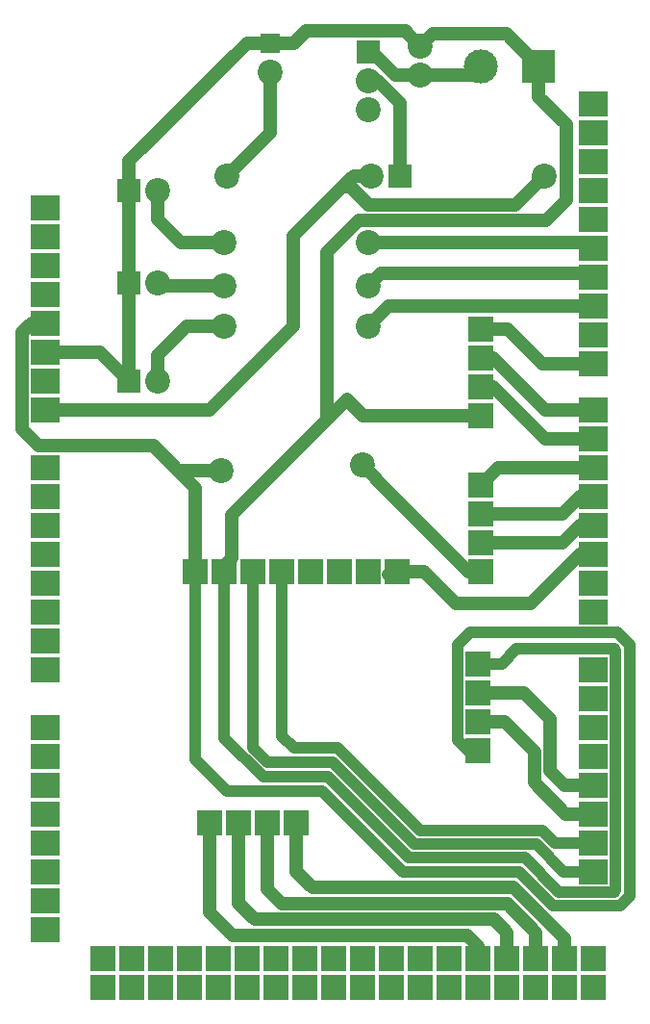
<source format=gbr>
G04 #@! TF.GenerationSoftware,KiCad,Pcbnew,(5.1.2)-2*
G04 #@! TF.CreationDate,2020-09-08T11:20:29+07:00*
G04 #@! TF.ProjectId,Balancing_Robot,42616c61-6e63-4696-9e67-5f526f626f74,rev?*
G04 #@! TF.SameCoordinates,Original*
G04 #@! TF.FileFunction,Copper,L2,Bot*
G04 #@! TF.FilePolarity,Positive*
%FSLAX46Y46*%
G04 Gerber Fmt 4.6, Leading zero omitted, Abs format (unit mm)*
G04 Created by KiCad (PCBNEW (5.1.2)-2) date 2020-09-08 11:20:29*
%MOMM*%
%LPD*%
G04 APERTURE LIST*
%ADD10R,2.200000X2.200000*%
%ADD11R,2.500000X2.200000*%
%ADD12C,2.200000*%
%ADD13R,2.000000X2.000000*%
%ADD14R,1.800000X1.800000*%
%ADD15R,3.000000X3.000000*%
%ADD16C,3.000000*%
%ADD17C,1.200000*%
%ADD18C,1.000000*%
G04 APERTURE END LIST*
D10*
X69850000Y-158496000D03*
X69850000Y-155956000D03*
X72390000Y-158496000D03*
X72390000Y-155956000D03*
X74930000Y-158496000D03*
X74930000Y-155956000D03*
X77470000Y-158496000D03*
X77470000Y-155956000D03*
X80010000Y-158496000D03*
X80010000Y-155956000D03*
X82550000Y-158496000D03*
X82550000Y-155956000D03*
X85090000Y-158496000D03*
X85090000Y-155956000D03*
X87630000Y-158496000D03*
X87630000Y-155956000D03*
X90170000Y-158496000D03*
X90170000Y-155956000D03*
X92710000Y-158496000D03*
X92710000Y-155956000D03*
X95250000Y-158496000D03*
X95250000Y-155956000D03*
X97790000Y-158496000D03*
X97790000Y-155956000D03*
X100330000Y-158496000D03*
X100330000Y-155956000D03*
X102870000Y-158496000D03*
X102870000Y-155956000D03*
X105410000Y-158496000D03*
X105410000Y-155956000D03*
X107950000Y-158496000D03*
X107950000Y-155956000D03*
X110490000Y-158496000D03*
X110490000Y-155956000D03*
X113030000Y-158496000D03*
X113030000Y-155956000D03*
D11*
X64770000Y-153416000D03*
X64770000Y-150876000D03*
X64770000Y-148336000D03*
X64770000Y-145796000D03*
X64770000Y-143256000D03*
X64770000Y-140716000D03*
X64770000Y-138176000D03*
X64770000Y-135636000D03*
X64770000Y-130556000D03*
X64770000Y-128016000D03*
X64770000Y-125476000D03*
X64770000Y-122936000D03*
X64770000Y-120396000D03*
X64770000Y-117856000D03*
X64770000Y-115316000D03*
X64770000Y-89916000D03*
X113030000Y-96012000D03*
X113030000Y-93472000D03*
X113030000Y-90932000D03*
X113030000Y-85852000D03*
X113030000Y-83312000D03*
X113030000Y-80772000D03*
X113030000Y-98552000D03*
X113030000Y-101092000D03*
X113030000Y-103632000D03*
X113030000Y-88392000D03*
X113030000Y-107696000D03*
X113030000Y-110236000D03*
X113030000Y-112776000D03*
X113030000Y-115316000D03*
X113030000Y-117856000D03*
X113030000Y-120396000D03*
X113030000Y-122936000D03*
X113030000Y-125476000D03*
X113030000Y-130556000D03*
X113030000Y-133096000D03*
X113030000Y-135636000D03*
X113030000Y-138176000D03*
X113030000Y-140716000D03*
X113030000Y-143256000D03*
X113030000Y-145796000D03*
X113030000Y-148336000D03*
X64770000Y-92456000D03*
X64770000Y-94996000D03*
X64770000Y-97536000D03*
X64770000Y-100076000D03*
X64770000Y-102616000D03*
X64770000Y-105156000D03*
X64770000Y-107696000D03*
X64770000Y-112776000D03*
D12*
X97790000Y-75732000D03*
X97790000Y-78232000D03*
D13*
X72136000Y-88392000D03*
D12*
X74676000Y-88392000D03*
X74676000Y-96520000D03*
D13*
X72136000Y-96520000D03*
X72136000Y-105156000D03*
D12*
X74676000Y-105156000D03*
D13*
X96012000Y-87122000D03*
D12*
X108712000Y-87122000D03*
X84582000Y-77978000D03*
D14*
X84582000Y-75438000D03*
D10*
X103124000Y-114300000D03*
X103124000Y-116840000D03*
X103124000Y-119380000D03*
X103124000Y-121920000D03*
D13*
X93218000Y-76200000D03*
D12*
X93218000Y-78740000D03*
X93218000Y-81280000D03*
D15*
X108204000Y-77470000D03*
D16*
X103124000Y-77470000D03*
D10*
X103124000Y-108204000D03*
X103124000Y-105664000D03*
X103124000Y-103124000D03*
X103124000Y-100584000D03*
X79248000Y-144018000D03*
X81788000Y-144018000D03*
X84328000Y-144018000D03*
X86868000Y-144018000D03*
X77978000Y-121920000D03*
X80518000Y-121920000D03*
X83058000Y-121920000D03*
X85598000Y-121920000D03*
X88138000Y-121920000D03*
X90678000Y-121920000D03*
X93218000Y-121920000D03*
X95758000Y-121920000D03*
X102870000Y-137668000D03*
X102870000Y-135128000D03*
X102870000Y-132588000D03*
X102870000Y-130048000D03*
D12*
X93218000Y-92964000D03*
X80518000Y-92964000D03*
X80518000Y-96774000D03*
X93218000Y-96774000D03*
X93218000Y-100330000D03*
X80518000Y-100330000D03*
X93472000Y-87122000D03*
X80772000Y-87122000D03*
X92710000Y-112522000D03*
X80264000Y-113030000D03*
D17*
X72136000Y-86192000D02*
X72136000Y-88392000D01*
X72136000Y-85784000D02*
X72136000Y-86192000D01*
X82482000Y-75438000D02*
X72136000Y-85784000D01*
X84582000Y-75438000D02*
X82482000Y-75438000D01*
X72136000Y-88392000D02*
X72136000Y-96520000D01*
X72136000Y-96520000D02*
X72136000Y-105156000D01*
X69596000Y-102616000D02*
X72136000Y-105156000D01*
X64770000Y-102616000D02*
X69596000Y-102616000D01*
X92710000Y-108204000D02*
X103124000Y-108204000D01*
D18*
X106945462Y-147135990D02*
X96763060Y-147135990D01*
X109945473Y-150136001D02*
X106945462Y-147135990D01*
X114840001Y-150136001D02*
X109945473Y-150136001D01*
X104970000Y-130048000D02*
X106262001Y-128755999D01*
X102870000Y-130048000D02*
X104970000Y-130048000D01*
X106262001Y-128755999D02*
X114840001Y-128755999D01*
X114840001Y-128755999D02*
X114980001Y-128895999D01*
X96763060Y-147135990D02*
X89651060Y-140023990D01*
X114980001Y-128895999D02*
X114980001Y-149996001D01*
X114980001Y-149996001D02*
X114840001Y-150136001D01*
X80518000Y-124020000D02*
X80518000Y-121920000D01*
X80518000Y-136571070D02*
X80518000Y-124020000D01*
X83970920Y-140023990D02*
X80518000Y-136571070D01*
X89651060Y-140023990D02*
X83970920Y-140023990D01*
D17*
X81157999Y-120772001D02*
X81157999Y-116962001D01*
X80518000Y-121412000D02*
X81157999Y-120772001D01*
X80518000Y-121920000D02*
X80518000Y-121412000D01*
X91313000Y-106807000D02*
X92710000Y-108204000D01*
X98889999Y-74632001D02*
X97790000Y-75732000D01*
X105366001Y-74632001D02*
X98889999Y-74632001D01*
X108204000Y-77470000D02*
X105366001Y-74632001D01*
X96690001Y-74632001D02*
X97790000Y-75732000D01*
X96457999Y-74399999D02*
X96690001Y-74632001D01*
X87720001Y-74399999D02*
X96457999Y-74399999D01*
X86682000Y-75438000D02*
X87720001Y-74399999D01*
X84582000Y-75438000D02*
X86682000Y-75438000D01*
X110612001Y-82578001D02*
X110612001Y-89285999D01*
X108204000Y-77470000D02*
X108204000Y-80170000D01*
X108204000Y-80170000D02*
X110612001Y-82578001D01*
X89535000Y-93834998D02*
X89535000Y-108585000D01*
X92305999Y-91063999D02*
X89535000Y-93834998D01*
X108834001Y-91063999D02*
X92305999Y-91063999D01*
X110612001Y-89285999D02*
X108834001Y-91063999D01*
X81157999Y-116962001D02*
X89535000Y-108585000D01*
X89535000Y-108585000D02*
X91313000Y-106807000D01*
X96234366Y-78232000D02*
X97790000Y-78232000D01*
X95522002Y-78232000D02*
X96234366Y-78232000D01*
X93490002Y-76200000D02*
X95522002Y-78232000D01*
X93218000Y-76200000D02*
X93490002Y-76200000D01*
X102362000Y-78232000D02*
X97790000Y-78232000D01*
X103124000Y-77470000D02*
X102362000Y-78232000D01*
X76708000Y-92964000D02*
X80518000Y-92964000D01*
X74676000Y-88392000D02*
X74676000Y-90932000D01*
X74676000Y-90932000D02*
X76708000Y-92964000D01*
X74930000Y-96774000D02*
X74676000Y-96520000D01*
X80518000Y-96774000D02*
X74930000Y-96774000D01*
X77216000Y-100330000D02*
X80518000Y-100330000D01*
X74676000Y-105156000D02*
X74676000Y-102870000D01*
X74676000Y-102870000D02*
X77216000Y-100330000D01*
X96012000Y-84922000D02*
X96012000Y-87122000D01*
X96012000Y-80701910D02*
X96012000Y-84922000D01*
X94050090Y-78740000D02*
X96012000Y-80701910D01*
X93218000Y-78740000D02*
X94050090Y-78740000D01*
X93472000Y-87122000D02*
X91916366Y-87122000D01*
X86614000Y-92424366D02*
X86614000Y-100330000D01*
X79248000Y-107696000D02*
X64770000Y-107696000D01*
X86614000Y-100330000D02*
X79248000Y-107696000D01*
X108712000Y-87122000D02*
X106172000Y-89662000D01*
X106172000Y-89662000D02*
X93218000Y-89662000D01*
X91678183Y-88122183D02*
X90916183Y-88122183D01*
X93218000Y-89662000D02*
X91678183Y-88122183D01*
X91916366Y-87122000D02*
X90916183Y-88122183D01*
X90916183Y-88122183D02*
X86614000Y-92424366D01*
X84582000Y-83312000D02*
X80772000Y-87122000D01*
X84582000Y-77978000D02*
X84582000Y-83312000D01*
X104648000Y-112776000D02*
X113030000Y-112776000D01*
X103124000Y-114300000D02*
X104648000Y-112776000D01*
X111779998Y-115316000D02*
X113030000Y-115316000D01*
X110255998Y-116840000D02*
X111779998Y-115316000D01*
X103124000Y-116840000D02*
X110255998Y-116840000D01*
X111779998Y-117856000D02*
X113030000Y-117856000D01*
X110255998Y-119380000D02*
X111779998Y-117856000D01*
X103124000Y-119380000D02*
X110255998Y-119380000D01*
D18*
X77978000Y-138430000D02*
X77978000Y-121920000D01*
X80772000Y-141224000D02*
X77978000Y-138430000D01*
X89154000Y-141224000D02*
X80772000Y-141224000D01*
X96265999Y-148335999D02*
X89154000Y-141224000D01*
X116180021Y-128372022D02*
X116180010Y-150493062D01*
X101949998Y-137668000D02*
X101069999Y-136788001D01*
X106448402Y-148336000D02*
X96265999Y-148335999D01*
X102870000Y-137668000D02*
X101949998Y-137668000D01*
X101069999Y-136788001D02*
X101069999Y-128387999D01*
X102181997Y-127276001D02*
X115084001Y-127276001D01*
X101069999Y-128387999D02*
X102181997Y-127276001D01*
X115084001Y-127276001D02*
X116180021Y-128372022D01*
X109448413Y-151336011D02*
X106448402Y-148336000D01*
X115337061Y-151336011D02*
X109448413Y-151336011D01*
X116180010Y-150493062D02*
X115337061Y-151336011D01*
D17*
X64159997Y-110875999D02*
X74299999Y-110875999D01*
X62719999Y-109436001D02*
X64159997Y-110875999D01*
X62719999Y-100875999D02*
X62719999Y-109436001D01*
X64770000Y-100076000D02*
X63519998Y-100076000D01*
X63519998Y-100076000D02*
X62719999Y-100875999D01*
X77978000Y-114554000D02*
X77978000Y-121920000D01*
X102023998Y-121920000D02*
X93895998Y-113792000D01*
X103124000Y-121920000D02*
X102023998Y-121920000D01*
X76454000Y-113030000D02*
X80264000Y-113030000D01*
X76454000Y-113030000D02*
X77978000Y-114554000D01*
X74299999Y-110875999D02*
X76454000Y-113030000D01*
X93895998Y-113792000D02*
X93895998Y-113707998D01*
X93895998Y-113707998D02*
X92710000Y-112522000D01*
X92710000Y-112522000D02*
X92710000Y-112522000D01*
X80264000Y-113030000D02*
X80264000Y-113030000D01*
X95250000Y-121920000D02*
X94996000Y-122174000D01*
X110580000Y-110236000D02*
X113030000Y-110236000D01*
X108796002Y-110236000D02*
X110580000Y-110236000D01*
X104224002Y-105664000D02*
X108796002Y-110236000D01*
X103124000Y-105664000D02*
X104224002Y-105664000D01*
X110580000Y-107696000D02*
X113030000Y-107696000D01*
X108796002Y-107696000D02*
X110580000Y-107696000D01*
X104224002Y-103124000D02*
X108796002Y-107696000D01*
X103124000Y-103124000D02*
X104224002Y-103124000D01*
X110580000Y-103632000D02*
X113030000Y-103632000D01*
X108472000Y-103632000D02*
X110580000Y-103632000D01*
X105424000Y-100584000D02*
X108472000Y-103632000D01*
X103124000Y-100584000D02*
X105424000Y-100584000D01*
X102870000Y-154855998D02*
X101938002Y-153924000D01*
X102870000Y-155956000D02*
X102870000Y-154855998D01*
X101938002Y-153924000D02*
X81280000Y-153924000D01*
X79248000Y-151892000D02*
X79248000Y-144018000D01*
X81280000Y-153924000D02*
X79248000Y-151892000D01*
X81788000Y-151130000D02*
X81788000Y-144018000D01*
X83181990Y-152523990D02*
X81788000Y-151130000D01*
X104277990Y-152523990D02*
X83181990Y-152523990D01*
X105410000Y-155956000D02*
X105410000Y-153656000D01*
X105410000Y-153656000D02*
X104277990Y-152523990D01*
X84328000Y-149860000D02*
X84328000Y-144018000D01*
X85591980Y-151123980D02*
X84328000Y-149860000D01*
X105417980Y-151123980D02*
X85591980Y-151123980D01*
X107950000Y-155956000D02*
X107950000Y-153656000D01*
X107950000Y-153656000D02*
X105417980Y-151123980D01*
X110490000Y-154216089D02*
X105997883Y-149723970D01*
X110490000Y-155956000D02*
X110490000Y-154216089D01*
X105997883Y-149723970D02*
X88255970Y-149723970D01*
X86868000Y-148336000D02*
X86868000Y-144018000D01*
X88255970Y-149723970D02*
X86868000Y-148336000D01*
D18*
X83058000Y-137414000D02*
X83058000Y-121920000D01*
X113030000Y-148336000D02*
X110409070Y-148336000D01*
X108009050Y-145935980D02*
X97260120Y-145935980D01*
X97260120Y-145935980D02*
X90008140Y-138684000D01*
X90008140Y-138684000D02*
X84328000Y-138684000D01*
X110409070Y-148336000D02*
X108009050Y-145935980D01*
X84328000Y-138684000D02*
X83058000Y-137414000D01*
X85598000Y-136398000D02*
X85598000Y-121920000D01*
X109566140Y-145796000D02*
X108506110Y-144735970D01*
X113030000Y-145796000D02*
X109566140Y-145796000D01*
X108506110Y-144735970D02*
X97757180Y-144735970D01*
X97757180Y-144735970D02*
X90505200Y-137483990D01*
X90505200Y-137483990D02*
X86683990Y-137483990D01*
X86683990Y-137483990D02*
X85598000Y-136398000D01*
D17*
X111779998Y-120396000D02*
X107461998Y-124714000D01*
X113030000Y-120396000D02*
X111779998Y-120396000D01*
X98058000Y-121920000D02*
X95758000Y-121920000D01*
X100852000Y-124714000D02*
X98058000Y-121920000D01*
X107461998Y-124714000D02*
X100852000Y-124714000D01*
X105170000Y-135128000D02*
X107819990Y-137777990D01*
X102870000Y-135128000D02*
X105170000Y-135128000D01*
X110580000Y-143256000D02*
X113030000Y-143256000D01*
X107819990Y-140495990D02*
X110580000Y-143256000D01*
X107819990Y-137777990D02*
X107819990Y-140495990D01*
X110490000Y-140716000D02*
X113030000Y-140716000D01*
X109220000Y-139446000D02*
X110490000Y-140716000D01*
X109220000Y-134874000D02*
X109220000Y-139446000D01*
X102870000Y-132588000D02*
X106934000Y-132588000D01*
X106934000Y-132588000D02*
X109220000Y-134874000D01*
X112522000Y-92964000D02*
X113030000Y-93472000D01*
X93218000Y-92964000D02*
X112522000Y-92964000D01*
X112692001Y-95674001D02*
X113030000Y-96012000D01*
X94317999Y-95674001D02*
X112692001Y-95674001D01*
X93218000Y-96774000D02*
X94317999Y-95674001D01*
X94996000Y-98552000D02*
X113030000Y-98552000D01*
X93218000Y-100330000D02*
X94996000Y-98552000D01*
M02*

</source>
